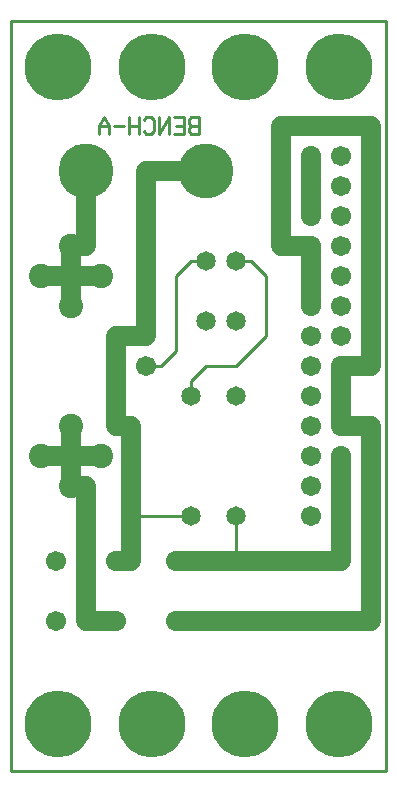
<source format=gbl>
%MOIN*%
%FSLAX25Y25*%
G04 D10 used for Character Trace; *
G04     Circle (OD=.01000) (No hole)*
G04 D11 used for Power Trace; *
G04     Circle (OD=.06700) (No hole)*
G04 D12 used for Signal Trace; *
G04     Circle (OD=.01100) (No hole)*
G04 D13 used for Via; *
G04     Circle (OD=.05800) (Round. Hole ID=.02800)*
G04 D14 used for Component hole; *
G04     Circle (OD=.06500) (Round. Hole ID=.03500)*
G04 D15 used for Component hole; *
G04     Circle (OD=.06700) (Round. Hole ID=.04300)*
G04 D16 used for Component hole; *
G04     Circle (OD=.08100) (Round. Hole ID=.05100)*
G04 D17 used for Component hole; *
G04     Circle (OD=.08900) (Round. Hole ID=.05900)*
G04 D18 used for Component hole; *
G04     Circle (OD=.11300) (Round. Hole ID=.08300)*
G04 D19 used for Component hole; *
G04     Circle (OD=.16000) (Round. Hole ID=.13000)*
G04 D20 used for Component hole; *
G04     Circle (OD=.18300) (Round. Hole ID=.15300)*
G04 D21 used for Component hole; *
G04     Circle (OD=.22291) (Round. Hole ID=.19291)*
%ADD10C,.01000*%
%ADD11C,.06700*%
%ADD12C,.01100*%
%ADD13C,.05800*%
%ADD14C,.06500*%
%ADD15C,.06700*%
%ADD16C,.08100*%
%ADD17C,.08900*%
%ADD18C,.11300*%
%ADD19C,.16000*%
%ADD20C,.18300*%
%ADD21C,.22291*%
%IPPOS*%
%LPD*%
G90*X0Y0D02*D21*X15625Y15625D03*X46875D03*D15*    
X35000Y50000D03*D11*X25000D01*Y95000D01*X20000D01*
D16*D03*D11*Y105000D01*X10000D01*D16*D03*         
X20000Y115000D03*D11*Y105000D01*X30000D01*D16*D03*
D11*X40000Y85000D02*Y115000D01*Y70000D02*         
Y85000D01*X35000Y70000D02*X40000D01*D15*X35000D03*
D12*X40000Y85000D02*X60000D01*D14*D03*D11*        
X55000Y70000D02*X75000D01*D15*X55000D03*D11*      
X75000D02*X110000D01*Y85000D01*D15*D03*D11*       
Y95000D01*D15*D03*D11*Y105000D01*D15*D03*D11*     
X120000Y50000D02*Y115000D01*X55000Y50000D02*      
X120000D01*D15*X55000D03*D12*X75000Y70000D02*     
Y85000D01*D14*D03*D15*X100000D03*Y95000D03*       
Y105000D03*Y115000D03*D11*X35000D02*X40000D01*    
X35000D02*Y145000D01*X45000D01*Y175000D01*D15*D03*
D11*Y200000D01*X65000D01*D20*D03*D11*             
X90000Y175000D02*X100000D01*D15*D03*D11*          
Y165000D01*D15*D03*D11*Y155000D01*D15*D03*        
X110000Y145000D03*Y165000D03*Y155000D03*          
X100000Y145000D03*D12*X85000D02*Y165000D01*       
X75000Y135000D02*X85000Y145000D01*                
X65000Y135000D02*X75000D01*X60000Y130000D02*      
X65000Y135000D01*X60000Y125000D02*Y130000D01*D14* 
Y125000D03*D12*X45000Y135000D02*X50000D01*D15*    
X45000D03*D12*X50000D02*X55000Y140000D01*         
Y165000D01*X60000Y170000D01*X65000D01*D14*D03*    
X75000D03*D12*X80000D01*X85000Y165000D01*D11*     
X90000Y175000D02*Y215000D01*X120000D01*Y135000D01*
X110000D01*D15*D03*D11*Y125000D01*D15*D03*D11*    
Y115000D01*D15*D03*D11*X120000D01*D15*            
X100000Y135000D03*Y125000D03*D14*X75000Y150000D03*
Y125000D03*X65000Y150000D03*D15*X110000Y175000D03*
Y185000D03*X100000D03*D11*Y195000D01*D15*D03*D11* 
Y205000D01*D15*D03*X110000Y195000D03*Y205000D03*  
D21*X109375Y234375D03*X78125D03*D12*X125000Y0D02* 
Y250000D01*X0Y0D02*X125000D01*X0D02*Y250000D01*   
X125000D01*D21*X46875Y234375D03*D10*              
X62511Y212129D02*Y217871D01*X60000D01*            
X59163Y216914D01*Y215957D01*X60000Y215000D01*     
X59163Y214043D01*Y213086D01*X60000Y212129D01*     
X62511D01*Y215000D02*X60000D01*X54163Y212129D02*  
X57511D01*Y217871D01*X54163D01*X57511Y215000D02*  
X55000D01*X52511Y212129D02*Y217871D01*            
X49163Y212129D01*Y217871D01*X44163Y213086D02*     
X45000Y212129D01*X46674D01*X47511Y213086D01*      
Y216914D01*X46674Y217871D01*X45000D01*            
X44163Y216914D01*X42511Y212129D02*Y217871D01*     
X39163Y212129D02*Y217871D01*X42511Y215000D02*     
X39163D01*X37511D02*X34163D01*X32511Y212129D02*   
Y215000D01*X30837Y217871D01*X29163Y215000D01*     
Y212129D01*X32511Y215000D02*X29163D01*D16*        
X30000Y165000D03*D11*X20000D01*Y155000D01*D16*D03*
X10000Y165000D03*D11*X20000D01*Y175000D01*D16*D03*
D11*X25000D01*Y200000D01*D20*D03*D21*             
X15625Y234375D03*D15*X15000Y70000D03*Y50000D03*   
D21*X78125Y15625D03*X109375D03*M02*               

</source>
